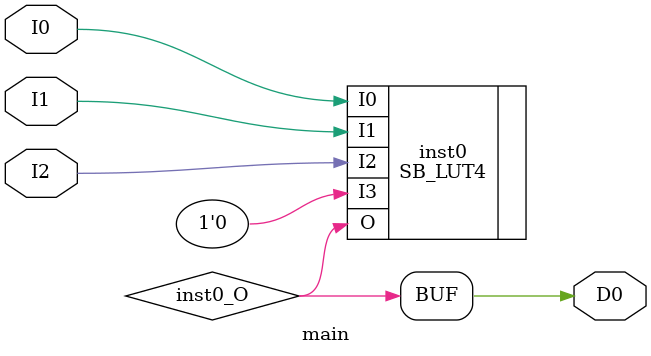
<source format=v>
module main (input  I0, input  I1, input  I2, output  D0);
wire  inst0_O;
SB_LUT4 #(.LUT_INIT(16'h8080)) inst0 (.I0(I0), .I1(I1), .I2(I2), .I3(1'b0), .O(inst0_O));
assign D0 = inst0_O;
endmodule


</source>
